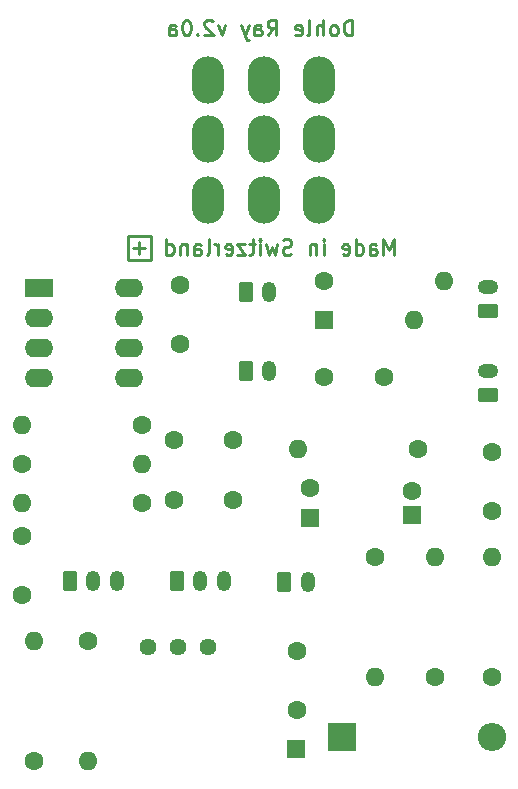
<source format=gbs>
G04 #@! TF.GenerationSoftware,KiCad,Pcbnew,(6.0.0)*
G04 #@! TF.CreationDate,2022-07-26T20:36:16+02:00*
G04 #@! TF.ProjectId,ray,7261792e-6b69-4636-9164-5f7063625858,rev?*
G04 #@! TF.SameCoordinates,Original*
G04 #@! TF.FileFunction,Soldermask,Bot*
G04 #@! TF.FilePolarity,Negative*
%FSLAX46Y46*%
G04 Gerber Fmt 4.6, Leading zero omitted, Abs format (unit mm)*
G04 Created by KiCad (PCBNEW (6.0.0)) date 2022-07-26 20:36:16*
%MOMM*%
%LPD*%
G01*
G04 APERTURE LIST*
G04 Aperture macros list*
%AMRoundRect*
0 Rectangle with rounded corners*
0 $1 Rounding radius*
0 $2 $3 $4 $5 $6 $7 $8 $9 X,Y pos of 4 corners*
0 Add a 4 corners polygon primitive as box body*
4,1,4,$2,$3,$4,$5,$6,$7,$8,$9,$2,$3,0*
0 Add four circle primitives for the rounded corners*
1,1,$1+$1,$2,$3*
1,1,$1+$1,$4,$5*
1,1,$1+$1,$6,$7*
1,1,$1+$1,$8,$9*
0 Add four rect primitives between the rounded corners*
20,1,$1+$1,$2,$3,$4,$5,0*
20,1,$1+$1,$4,$5,$6,$7,0*
20,1,$1+$1,$6,$7,$8,$9,0*
20,1,$1+$1,$8,$9,$2,$3,0*%
G04 Aperture macros list end*
%ADD10C,0.250000*%
%ADD11C,1.600000*%
%ADD12O,1.600000X1.600000*%
%ADD13RoundRect,0.250000X-0.350000X-0.625000X0.350000X-0.625000X0.350000X0.625000X-0.350000X0.625000X0*%
%ADD14O,1.200000X1.750000*%
%ADD15R,1.600000X1.600000*%
%ADD16C,1.440000*%
%ADD17RoundRect,0.250000X0.625000X-0.350000X0.625000X0.350000X-0.625000X0.350000X-0.625000X-0.350000X0*%
%ADD18O,1.750000X1.200000*%
%ADD19R,2.400000X1.600000*%
%ADD20O,2.400000X1.600000*%
%ADD21R,2.400000X2.400000*%
%ADD22O,2.400000X2.400000*%
%ADD23R,1.500000X1.500000*%
%ADD24O,2.743200X4.003200*%
G04 APERTURE END LIST*
D10*
X110374400Y-56108637D02*
X111390400Y-56108637D01*
X109891800Y-55105337D02*
X111847600Y-55105337D01*
X111847600Y-55105337D02*
X111847600Y-57086537D01*
X111847600Y-57086537D02*
X109891800Y-57086537D01*
X109891800Y-57086537D02*
X109891800Y-55105337D01*
X110882400Y-55626037D02*
X110882400Y-56642037D01*
X128929047Y-38095332D02*
X128929047Y-36795332D01*
X128619523Y-36795332D01*
X128433809Y-36857237D01*
X128310000Y-36981046D01*
X128248095Y-37104856D01*
X128186190Y-37352475D01*
X128186190Y-37538189D01*
X128248095Y-37785808D01*
X128310000Y-37909617D01*
X128433809Y-38033427D01*
X128619523Y-38095332D01*
X128929047Y-38095332D01*
X127443333Y-38095332D02*
X127567142Y-38033427D01*
X127629047Y-37971522D01*
X127690952Y-37847713D01*
X127690952Y-37476284D01*
X127629047Y-37352475D01*
X127567142Y-37290570D01*
X127443333Y-37228665D01*
X127257619Y-37228665D01*
X127133809Y-37290570D01*
X127071904Y-37352475D01*
X127010000Y-37476284D01*
X127010000Y-37847713D01*
X127071904Y-37971522D01*
X127133809Y-38033427D01*
X127257619Y-38095332D01*
X127443333Y-38095332D01*
X126452857Y-38095332D02*
X126452857Y-36795332D01*
X125895714Y-38095332D02*
X125895714Y-37414379D01*
X125957619Y-37290570D01*
X126081428Y-37228665D01*
X126267142Y-37228665D01*
X126390952Y-37290570D01*
X126452857Y-37352475D01*
X125090952Y-38095332D02*
X125214761Y-38033427D01*
X125276666Y-37909617D01*
X125276666Y-36795332D01*
X124100476Y-38033427D02*
X124224285Y-38095332D01*
X124471904Y-38095332D01*
X124595714Y-38033427D01*
X124657619Y-37909617D01*
X124657619Y-37414379D01*
X124595714Y-37290570D01*
X124471904Y-37228665D01*
X124224285Y-37228665D01*
X124100476Y-37290570D01*
X124038571Y-37414379D01*
X124038571Y-37538189D01*
X124657619Y-37661998D01*
X121748095Y-38095332D02*
X122181428Y-37476284D01*
X122490952Y-38095332D02*
X122490952Y-36795332D01*
X121995714Y-36795332D01*
X121871904Y-36857237D01*
X121810000Y-36919141D01*
X121748095Y-37042951D01*
X121748095Y-37228665D01*
X121810000Y-37352475D01*
X121871904Y-37414379D01*
X121995714Y-37476284D01*
X122490952Y-37476284D01*
X120633809Y-38095332D02*
X120633809Y-37414379D01*
X120695714Y-37290570D01*
X120819523Y-37228665D01*
X121067142Y-37228665D01*
X121190952Y-37290570D01*
X120633809Y-38033427D02*
X120757619Y-38095332D01*
X121067142Y-38095332D01*
X121190952Y-38033427D01*
X121252857Y-37909617D01*
X121252857Y-37785808D01*
X121190952Y-37661998D01*
X121067142Y-37600094D01*
X120757619Y-37600094D01*
X120633809Y-37538189D01*
X120138571Y-37228665D02*
X119829047Y-38095332D01*
X119519523Y-37228665D02*
X119829047Y-38095332D01*
X119952857Y-38404856D01*
X120014761Y-38466760D01*
X120138571Y-38528665D01*
X118157619Y-37228665D02*
X117848095Y-38095332D01*
X117538571Y-37228665D01*
X117105238Y-36919141D02*
X117043333Y-36857237D01*
X116919523Y-36795332D01*
X116610000Y-36795332D01*
X116486190Y-36857237D01*
X116424285Y-36919141D01*
X116362380Y-37042951D01*
X116362380Y-37166760D01*
X116424285Y-37352475D01*
X117167142Y-38095332D01*
X116362380Y-38095332D01*
X115805238Y-37971522D02*
X115743333Y-38033427D01*
X115805238Y-38095332D01*
X115867142Y-38033427D01*
X115805238Y-37971522D01*
X115805238Y-38095332D01*
X114938571Y-36795332D02*
X114814761Y-36795332D01*
X114690952Y-36857237D01*
X114629047Y-36919141D01*
X114567142Y-37042951D01*
X114505238Y-37290570D01*
X114505238Y-37600094D01*
X114567142Y-37847713D01*
X114629047Y-37971522D01*
X114690952Y-38033427D01*
X114814761Y-38095332D01*
X114938571Y-38095332D01*
X115062380Y-38033427D01*
X115124285Y-37971522D01*
X115186190Y-37847713D01*
X115248095Y-37600094D01*
X115248095Y-37290570D01*
X115186190Y-37042951D01*
X115124285Y-36919141D01*
X115062380Y-36857237D01*
X114938571Y-36795332D01*
X113390952Y-38095332D02*
X113390952Y-37414379D01*
X113452857Y-37290570D01*
X113576666Y-37228665D01*
X113824285Y-37228665D01*
X113948095Y-37290570D01*
X113390952Y-38033427D02*
X113514761Y-38095332D01*
X113824285Y-38095332D01*
X113948095Y-38033427D01*
X114010000Y-37909617D01*
X114010000Y-37785808D01*
X113948095Y-37661998D01*
X113824285Y-37600094D01*
X113514761Y-37600094D01*
X113390952Y-37538189D01*
X132421190Y-56671332D02*
X132421190Y-55371332D01*
X131987857Y-56299903D01*
X131554523Y-55371332D01*
X131554523Y-56671332D01*
X130378333Y-56671332D02*
X130378333Y-55990379D01*
X130440238Y-55866570D01*
X130564047Y-55804665D01*
X130811666Y-55804665D01*
X130935476Y-55866570D01*
X130378333Y-56609427D02*
X130502142Y-56671332D01*
X130811666Y-56671332D01*
X130935476Y-56609427D01*
X130997380Y-56485617D01*
X130997380Y-56361808D01*
X130935476Y-56237998D01*
X130811666Y-56176094D01*
X130502142Y-56176094D01*
X130378333Y-56114189D01*
X129202142Y-56671332D02*
X129202142Y-55371332D01*
X129202142Y-56609427D02*
X129325952Y-56671332D01*
X129573571Y-56671332D01*
X129697380Y-56609427D01*
X129759285Y-56547522D01*
X129821190Y-56423713D01*
X129821190Y-56052284D01*
X129759285Y-55928475D01*
X129697380Y-55866570D01*
X129573571Y-55804665D01*
X129325952Y-55804665D01*
X129202142Y-55866570D01*
X128087857Y-56609427D02*
X128211666Y-56671332D01*
X128459285Y-56671332D01*
X128583095Y-56609427D01*
X128645000Y-56485617D01*
X128645000Y-55990379D01*
X128583095Y-55866570D01*
X128459285Y-55804665D01*
X128211666Y-55804665D01*
X128087857Y-55866570D01*
X128025952Y-55990379D01*
X128025952Y-56114189D01*
X128645000Y-56237998D01*
X126478333Y-56671332D02*
X126478333Y-55804665D01*
X126478333Y-55371332D02*
X126540238Y-55433237D01*
X126478333Y-55495141D01*
X126416428Y-55433237D01*
X126478333Y-55371332D01*
X126478333Y-55495141D01*
X125859285Y-55804665D02*
X125859285Y-56671332D01*
X125859285Y-55928475D02*
X125797380Y-55866570D01*
X125673571Y-55804665D01*
X125487857Y-55804665D01*
X125364047Y-55866570D01*
X125302142Y-55990379D01*
X125302142Y-56671332D01*
X123754523Y-56609427D02*
X123568809Y-56671332D01*
X123259285Y-56671332D01*
X123135476Y-56609427D01*
X123073571Y-56547522D01*
X123011666Y-56423713D01*
X123011666Y-56299903D01*
X123073571Y-56176094D01*
X123135476Y-56114189D01*
X123259285Y-56052284D01*
X123506904Y-55990379D01*
X123630714Y-55928475D01*
X123692619Y-55866570D01*
X123754523Y-55742760D01*
X123754523Y-55618951D01*
X123692619Y-55495141D01*
X123630714Y-55433237D01*
X123506904Y-55371332D01*
X123197380Y-55371332D01*
X123011666Y-55433237D01*
X122578333Y-55804665D02*
X122330714Y-56671332D01*
X122083095Y-56052284D01*
X121835476Y-56671332D01*
X121587857Y-55804665D01*
X121092619Y-56671332D02*
X121092619Y-55804665D01*
X121092619Y-55371332D02*
X121154523Y-55433237D01*
X121092619Y-55495141D01*
X121030714Y-55433237D01*
X121092619Y-55371332D01*
X121092619Y-55495141D01*
X120659285Y-55804665D02*
X120164047Y-55804665D01*
X120473571Y-55371332D02*
X120473571Y-56485617D01*
X120411666Y-56609427D01*
X120287857Y-56671332D01*
X120164047Y-56671332D01*
X119854523Y-55804665D02*
X119173571Y-55804665D01*
X119854523Y-56671332D01*
X119173571Y-56671332D01*
X118183095Y-56609427D02*
X118306904Y-56671332D01*
X118554523Y-56671332D01*
X118678333Y-56609427D01*
X118740238Y-56485617D01*
X118740238Y-55990379D01*
X118678333Y-55866570D01*
X118554523Y-55804665D01*
X118306904Y-55804665D01*
X118183095Y-55866570D01*
X118121190Y-55990379D01*
X118121190Y-56114189D01*
X118740238Y-56237998D01*
X117564047Y-56671332D02*
X117564047Y-55804665D01*
X117564047Y-56052284D02*
X117502142Y-55928475D01*
X117440238Y-55866570D01*
X117316428Y-55804665D01*
X117192619Y-55804665D01*
X116573571Y-56671332D02*
X116697380Y-56609427D01*
X116759285Y-56485617D01*
X116759285Y-55371332D01*
X115521190Y-56671332D02*
X115521190Y-55990379D01*
X115583095Y-55866570D01*
X115706904Y-55804665D01*
X115954523Y-55804665D01*
X116078333Y-55866570D01*
X115521190Y-56609427D02*
X115645000Y-56671332D01*
X115954523Y-56671332D01*
X116078333Y-56609427D01*
X116140238Y-56485617D01*
X116140238Y-56361808D01*
X116078333Y-56237998D01*
X115954523Y-56176094D01*
X115645000Y-56176094D01*
X115521190Y-56114189D01*
X114902142Y-55804665D02*
X114902142Y-56671332D01*
X114902142Y-55928475D02*
X114840238Y-55866570D01*
X114716428Y-55804665D01*
X114530714Y-55804665D01*
X114406904Y-55866570D01*
X114345000Y-55990379D01*
X114345000Y-56671332D01*
X113168809Y-56671332D02*
X113168809Y-55371332D01*
X113168809Y-56609427D02*
X113292619Y-56671332D01*
X113540238Y-56671332D01*
X113664047Y-56609427D01*
X113725952Y-56547522D01*
X113787857Y-56423713D01*
X113787857Y-56052284D01*
X113725952Y-55928475D01*
X113664047Y-55866570D01*
X113540238Y-55804665D01*
X113292619Y-55804665D01*
X113168809Y-55866570D01*
D11*
X124192000Y-95199237D03*
X124192000Y-90199237D03*
X134460000Y-73101237D03*
D12*
X124300000Y-73101237D03*
D11*
X111092000Y-71069237D03*
D12*
X100932000Y-71069237D03*
D11*
X130796000Y-82245237D03*
D12*
X130796000Y-92405237D03*
D13*
X119874000Y-66523237D03*
D14*
X121874000Y-66523237D03*
D11*
X100932000Y-74371237D03*
D12*
X111092000Y-74371237D03*
D15*
X125316000Y-78943237D03*
D11*
X125316000Y-76443237D03*
X111092000Y-77673237D03*
D12*
X100932000Y-77673237D03*
D11*
X118790000Y-77423237D03*
X113790000Y-77423237D03*
D13*
X114038400Y-84277237D03*
D14*
X116038400Y-84277237D03*
X118038400Y-84277237D03*
D11*
X118790000Y-72323237D03*
X113790000Y-72323237D03*
X140702000Y-92405237D03*
D12*
X140702000Y-82245237D03*
D16*
X116680000Y-89865237D03*
X114140000Y-89865237D03*
X111600000Y-89865237D03*
D17*
X140406000Y-61401237D03*
D18*
X140406000Y-59401237D03*
D11*
X114290000Y-64223237D03*
X114290000Y-59223237D03*
X100951000Y-80467237D03*
X100951000Y-85467237D03*
X131558000Y-67005237D03*
X126558000Y-67005237D03*
D15*
X133952000Y-78689237D03*
D11*
X133952000Y-76689237D03*
X140702000Y-73395237D03*
X140702000Y-78395237D03*
D19*
X102390000Y-59523237D03*
D20*
X102390000Y-62063237D03*
X102390000Y-64603237D03*
X102390000Y-67143237D03*
X110010000Y-67143237D03*
X110010000Y-64603237D03*
X110010000Y-62063237D03*
X110010000Y-59523237D03*
D13*
X104996000Y-84277237D03*
D14*
X106996000Y-84277237D03*
X108996000Y-84277237D03*
D21*
X128002000Y-97485237D03*
D22*
X140702000Y-97485237D03*
D13*
X123157000Y-84404237D03*
D14*
X125157000Y-84404237D03*
D11*
X106520000Y-89357237D03*
D12*
X106520000Y-99517237D03*
D17*
X140406000Y-68513237D03*
D18*
X140406000Y-66513237D03*
D11*
X135876000Y-92405237D03*
D12*
X135876000Y-82245237D03*
D23*
X124170612Y-98540204D03*
D11*
X101948000Y-99517237D03*
D12*
X101948000Y-89357237D03*
D13*
X119890000Y-59851237D03*
D14*
X121890000Y-59851237D03*
D15*
X126478000Y-62179237D03*
D12*
X134098000Y-62179237D03*
D11*
X126478000Y-58877237D03*
D12*
X136638000Y-58877237D03*
D24*
X116696440Y-41911817D03*
X121398000Y-41911817D03*
X126096440Y-41911817D03*
X116696440Y-46911297D03*
X121398000Y-46911297D03*
X126096440Y-46911297D03*
X116697200Y-52011817D03*
X121398760Y-52011817D03*
X126097200Y-52011817D03*
M02*

</source>
